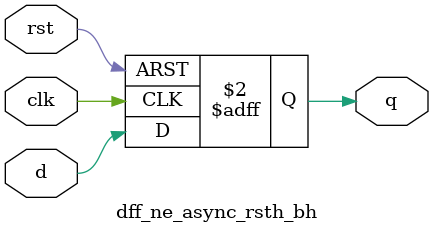
<source format=v>

module dff_ne_async_rsth_bh(q,d,clk,rst);

input		d,clk,rst;
output	reg	q;

always @(negedge clk or posedge rst)
	if(rst)
		q <= 1'b0;
	else
		q <= d;

endmodule
</source>
